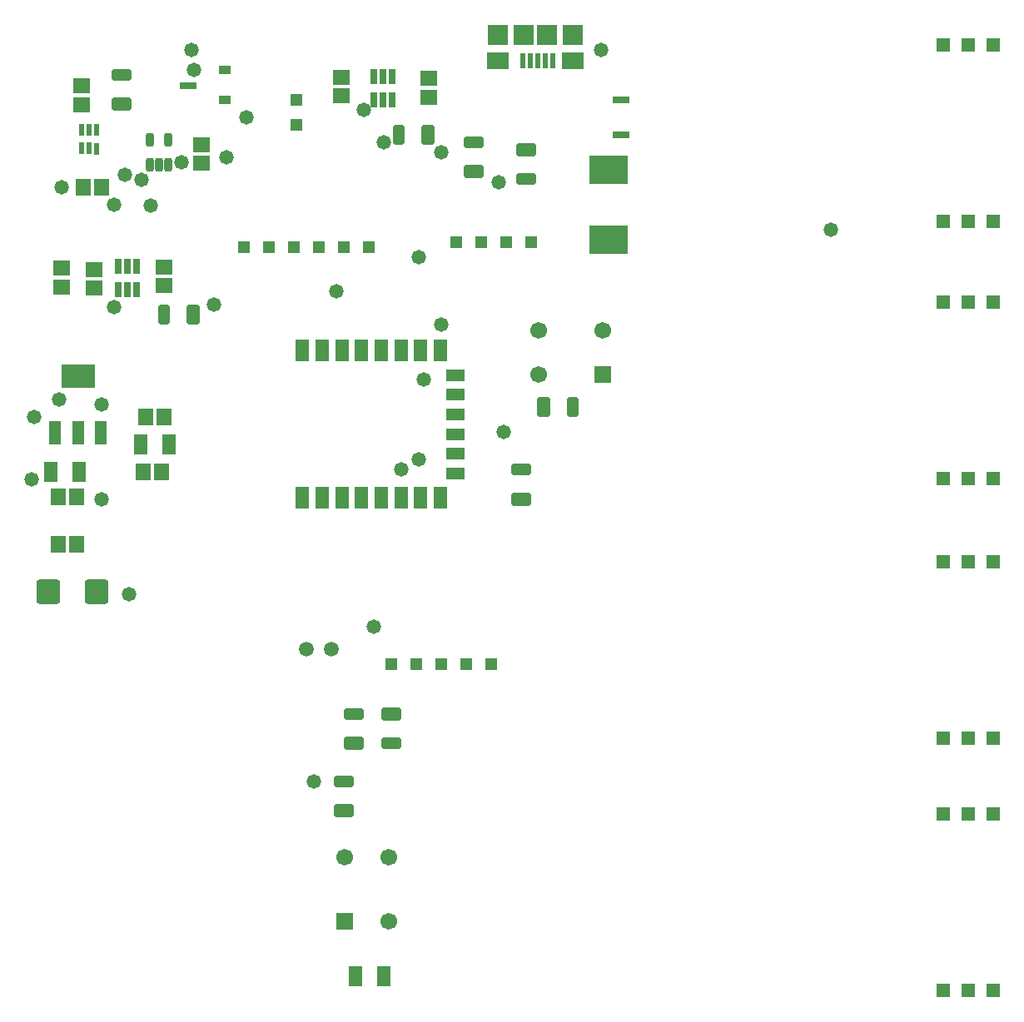
<source format=gts>
G04 Layer_Color=8388736*
%FSLAX44Y44*%
%MOMM*%
G71*
G01*
G75*
%ADD20R,1.8000X0.7000*%
%ADD49R,0.6032X1.5532*%
%ADD50R,2.3032X1.8032*%
%ADD51R,2.1032X2.1032*%
%ADD52R,2.0032X2.1032*%
G04:AMPARAMS|DCode=53|XSize=1.1432mm|YSize=1.9732mm|CornerRadius=0.1674mm|HoleSize=0mm|Usage=FLASHONLY|Rotation=90.000|XOffset=0mm|YOffset=0mm|HoleType=Round|Shape=RoundedRectangle|*
%AMROUNDEDRECTD53*
21,1,1.1432,1.6384,0,0,90.0*
21,1,0.8084,1.9732,0,0,90.0*
1,1,0.3348,0.8192,0.4042*
1,1,0.3348,0.8192,-0.4042*
1,1,0.3348,-0.8192,-0.4042*
1,1,0.3348,-0.8192,0.4042*
%
%ADD53ROUNDEDRECTD53*%
G04:AMPARAMS|DCode=54|XSize=1.2932mm|YSize=1.9732mm|CornerRadius=0.1779mm|HoleSize=0mm|Usage=FLASHONLY|Rotation=90.000|XOffset=0mm|YOffset=0mm|HoleType=Round|Shape=RoundedRectangle|*
%AMROUNDEDRECTD54*
21,1,1.2932,1.6174,0,0,90.0*
21,1,0.9374,1.9732,0,0,90.0*
1,1,0.3558,0.8087,0.4687*
1,1,0.3558,0.8087,-0.4687*
1,1,0.3558,-0.8087,-0.4687*
1,1,0.3558,-0.8087,0.4687*
%
%ADD54ROUNDEDRECTD54*%
%ADD55R,1.4032X2.2032*%
%ADD56R,1.9032X1.3032*%
%ADD57R,1.4032X2.0232*%
%ADD58R,1.5032X1.7032*%
%ADD59R,4.0132X2.9972*%
G04:AMPARAMS|DCode=60|XSize=1.1432mm|YSize=1.9732mm|CornerRadius=0.1674mm|HoleSize=0mm|Usage=FLASHONLY|Rotation=180.000|XOffset=0mm|YOffset=0mm|HoleType=Round|Shape=RoundedRectangle|*
%AMROUNDEDRECTD60*
21,1,1.1432,1.6384,0,0,180.0*
21,1,0.8084,1.9732,0,0,180.0*
1,1,0.3348,-0.4042,0.8192*
1,1,0.3348,0.4042,0.8192*
1,1,0.3348,0.4042,-0.8192*
1,1,0.3348,-0.4042,-0.8192*
%
%ADD60ROUNDEDRECTD60*%
G04:AMPARAMS|DCode=61|XSize=1.2932mm|YSize=1.9732mm|CornerRadius=0.1779mm|HoleSize=0mm|Usage=FLASHONLY|Rotation=180.000|XOffset=0mm|YOffset=0mm|HoleType=Round|Shape=RoundedRectangle|*
%AMROUNDEDRECTD61*
21,1,1.2932,1.6174,0,0,180.0*
21,1,0.9374,1.9732,0,0,180.0*
1,1,0.3558,-0.4687,0.8087*
1,1,0.3558,0.4687,0.8087*
1,1,0.3558,0.4687,-0.8087*
1,1,0.3558,-0.4687,-0.8087*
%
%ADD61ROUNDEDRECTD61*%
%ADD62R,1.7032X1.5032*%
%ADD63R,0.7932X1.5732*%
%ADD64R,0.6032X1.2032*%
%ADD65R,1.3032X0.9032*%
G04:AMPARAMS|DCode=66|XSize=1.4132mm|YSize=0.7932mm|CornerRadius=0.2491mm|HoleSize=0mm|Usage=FLASHONLY|Rotation=90.000|XOffset=0mm|YOffset=0mm|HoleType=Round|Shape=RoundedRectangle|*
%AMROUNDEDRECTD66*
21,1,1.4132,0.2950,0,0,90.0*
21,1,0.9150,0.7932,0,0,90.0*
1,1,0.4982,0.1475,0.4575*
1,1,0.4982,0.1475,-0.4575*
1,1,0.4982,-0.1475,-0.4575*
1,1,0.4982,-0.1475,0.4575*
%
%ADD66ROUNDEDRECTD66*%
G04:AMPARAMS|DCode=67|XSize=2.4432mm|YSize=2.5232mm|CornerRadius=0.3816mm|HoleSize=0mm|Usage=FLASHONLY|Rotation=180.000|XOffset=0mm|YOffset=0mm|HoleType=Round|Shape=RoundedRectangle|*
%AMROUNDEDRECTD67*
21,1,2.4432,1.7600,0,0,180.0*
21,1,1.6800,2.5232,0,0,180.0*
1,1,0.7632,-0.8400,0.8800*
1,1,0.7632,0.8400,0.8800*
1,1,0.7632,0.8400,-0.8800*
1,1,0.7632,-0.8400,-0.8800*
%
%ADD67ROUNDEDRECTD67*%
%ADD68R,1.2032X2.3532*%
%ADD69R,3.4532X2.3532*%
%ADD70R,1.4032X1.4032*%
%ADD71C,1.7012*%
%ADD72R,1.7012X1.7012*%
%ADD73C,1.5112*%
%ADD74R,1.2032X1.2032*%
%ADD75R,1.7012X1.7012*%
%ADD76R,1.2032X1.2032*%
%ADD77C,1.4732*%
D20*
X1363980Y1148080D02*
D03*
X1364392Y1183372D02*
D03*
X924065Y1197610D02*
D03*
D49*
X1279460Y1223605D02*
D03*
X1287080D02*
D03*
X1271840D02*
D03*
X1294700D02*
D03*
X1264220D02*
D03*
D50*
X1315020D02*
D03*
X1238820D02*
D03*
D51*
X1288920Y1249680D02*
D03*
X1264920D02*
D03*
D52*
X1314920D02*
D03*
X1238920D02*
D03*
D53*
X1214120Y1140460D02*
D03*
X1130300Y528750D02*
D03*
X855980Y1209040D02*
D03*
X1267460Y1102790D02*
D03*
X1092200Y558800D02*
D03*
X1262380Y807290D02*
D03*
X1082040Y490220D02*
D03*
D54*
X1214120Y1110410D02*
D03*
X1130300Y558800D02*
D03*
X855980Y1178990D02*
D03*
X1267460Y1132840D02*
D03*
X1092200Y528750D02*
D03*
X1262380Y777240D02*
D03*
X1082040Y460170D02*
D03*
D55*
X1040100Y778440D02*
D03*
X1060100D02*
D03*
X1080100D02*
D03*
X1100100D02*
D03*
X1120100D02*
D03*
X1140100D02*
D03*
X1160100D02*
D03*
X1180100D02*
D03*
Y928440D02*
D03*
X1160100D02*
D03*
X1140100D02*
D03*
X1120100D02*
D03*
X1100100D02*
D03*
X1080100D02*
D03*
X1060100D02*
D03*
X1040100D02*
D03*
D56*
X1195100Y803440D02*
D03*
Y823440D02*
D03*
Y843440D02*
D03*
Y863440D02*
D03*
Y883440D02*
D03*
Y903440D02*
D03*
D57*
X904240Y833120D02*
D03*
X875040D02*
D03*
X783600Y805180D02*
D03*
X812800D02*
D03*
X1122680Y292100D02*
D03*
X1093480D02*
D03*
D58*
X896620Y805180D02*
D03*
X877620D02*
D03*
X880160Y861060D02*
D03*
X899160D02*
D03*
X816660Y1094740D02*
D03*
X835660D02*
D03*
X791260Y731520D02*
D03*
X810260D02*
D03*
Y779780D02*
D03*
X791260D02*
D03*
D59*
X1351280Y1041275D02*
D03*
Y1112645D02*
D03*
D60*
X899160Y965200D02*
D03*
X1315290Y871220D02*
D03*
X1137920Y1148080D02*
D03*
D61*
X929210Y965200D02*
D03*
X1285240Y871220D02*
D03*
X1167970Y1148080D02*
D03*
D62*
X828040Y991920D02*
D03*
Y1010920D02*
D03*
X815340Y1197560D02*
D03*
Y1178560D02*
D03*
X795020Y993140D02*
D03*
Y1012140D02*
D03*
X937260Y1118920D02*
D03*
Y1137920D02*
D03*
X899160Y994460D02*
D03*
Y1013460D02*
D03*
X1079500Y1187500D02*
D03*
Y1206500D02*
D03*
X1168400Y1186180D02*
D03*
Y1205180D02*
D03*
D63*
X852220Y1014000D02*
D03*
X861720D02*
D03*
X871220D02*
D03*
Y990600D02*
D03*
X861720D02*
D03*
X852220D02*
D03*
X1112520Y1207040D02*
D03*
X1122020D02*
D03*
X1131520D02*
D03*
Y1183640D02*
D03*
X1122020D02*
D03*
X1112520D02*
D03*
D64*
X830565Y1152816D02*
D03*
X822916Y1152942D02*
D03*
X815340Y1153160D02*
D03*
X830691Y1133881D02*
D03*
X823041Y1134006D02*
D03*
X815465Y1134225D02*
D03*
D65*
X960615Y1183880D02*
D03*
Y1213880D02*
D03*
D66*
X884580Y1142850D02*
D03*
X903580D02*
D03*
Y1117750D02*
D03*
X894080D02*
D03*
X884580D02*
D03*
D67*
X781880Y683260D02*
D03*
X830580D02*
D03*
D68*
X788530Y844760D02*
D03*
X811530D02*
D03*
X834530D02*
D03*
D69*
X811530Y902760D02*
D03*
D70*
X1691640Y1059520D02*
D03*
X1717040D02*
D03*
X1742440D02*
D03*
X1691640Y1239520D02*
D03*
X1717040D02*
D03*
X1742440D02*
D03*
X1691640Y797900D02*
D03*
X1717040D02*
D03*
X1742440D02*
D03*
X1691640Y977900D02*
D03*
X1717040D02*
D03*
X1742440D02*
D03*
X1691640Y533740D02*
D03*
X1717040D02*
D03*
X1742440D02*
D03*
X1691640Y713740D02*
D03*
X1717040D02*
D03*
X1742440D02*
D03*
X1691640Y277200D02*
D03*
X1717040D02*
D03*
X1742440D02*
D03*
X1691640Y457200D02*
D03*
X1717040D02*
D03*
X1742440D02*
D03*
D71*
X1345160Y949240D02*
D03*
X1280160D02*
D03*
Y904240D02*
D03*
X1127760Y347980D02*
D03*
Y412980D02*
D03*
X1082760D02*
D03*
D72*
X1345160Y904240D02*
D03*
D73*
X1043940Y624840D02*
D03*
X1069340D02*
D03*
D74*
X1130300Y609585D02*
D03*
X1155700Y609600D02*
D03*
X1181100D02*
D03*
X1206500D02*
D03*
X1231900D02*
D03*
X980440Y1033780D02*
D03*
X1005840D02*
D03*
X1031240D02*
D03*
X1056640D02*
D03*
X1082040D02*
D03*
X1107440Y1033795D02*
D03*
X1196340Y1038845D02*
D03*
X1221740Y1038860D02*
D03*
X1247140D02*
D03*
X1272540D02*
D03*
D75*
X1082760Y347980D02*
D03*
D76*
X1033780Y1183640D02*
D03*
X1033795Y1158240D02*
D03*
D77*
X1577340Y1051560D02*
D03*
X764540Y797560D02*
D03*
X835660Y777240D02*
D03*
X927100Y1234440D02*
D03*
X929640Y1214120D02*
D03*
X1343660Y1234440D02*
D03*
X1181100Y1130300D02*
D03*
X835660Y873760D02*
D03*
X767080Y861060D02*
D03*
X795020Y1094740D02*
D03*
X1244600Y845820D02*
D03*
X1158240Y1023620D02*
D03*
X1074374Y988985D02*
D03*
X885624Y1076124D02*
D03*
X848360Y1076960D02*
D03*
X859410Y1107663D02*
D03*
X876300Y1102360D02*
D03*
X1239520Y1099820D02*
D03*
X916940Y1120140D02*
D03*
X982980Y1165860D02*
D03*
X962660Y1125220D02*
D03*
X792480Y878840D02*
D03*
X848360Y972820D02*
D03*
X1163320Y899160D02*
D03*
X1051560Y490220D02*
D03*
X1112520Y647700D02*
D03*
X863600Y680720D02*
D03*
X1158240Y817880D02*
D03*
X1181100Y955040D02*
D03*
X1140460Y807720D02*
D03*
X949960Y975360D02*
D03*
X1122680Y1140460D02*
D03*
X1102360Y1173480D02*
D03*
M02*

</source>
